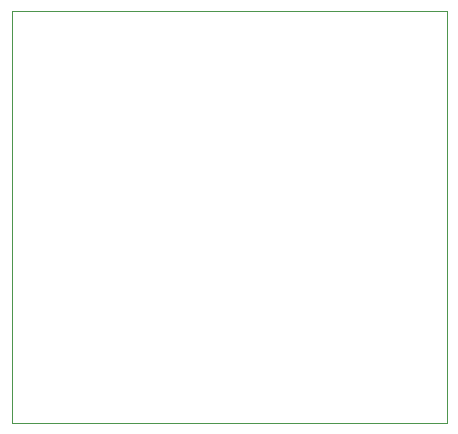
<source format=gbr>
%TF.GenerationSoftware,KiCad,Pcbnew,7.0.6*%
%TF.CreationDate,2024-10-08T11:46:52-03:00*%
%TF.ProjectId,Circuito_Exemplo,43697263-7569-4746-9f5f-4578656d706c,rev?*%
%TF.SameCoordinates,Original*%
%TF.FileFunction,Profile,NP*%
%FSLAX46Y46*%
G04 Gerber Fmt 4.6, Leading zero omitted, Abs format (unit mm)*
G04 Created by KiCad (PCBNEW 7.0.6) date 2024-10-08 11:46:52*
%MOMM*%
%LPD*%
G01*
G04 APERTURE LIST*
%TA.AperFunction,Profile*%
%ADD10C,0.100000*%
%TD*%
G04 APERTURE END LIST*
D10*
X106045000Y-41529000D02*
X142875000Y-41529000D01*
X142875000Y-76454000D01*
X106045000Y-76454000D01*
X106045000Y-41529000D01*
M02*

</source>
